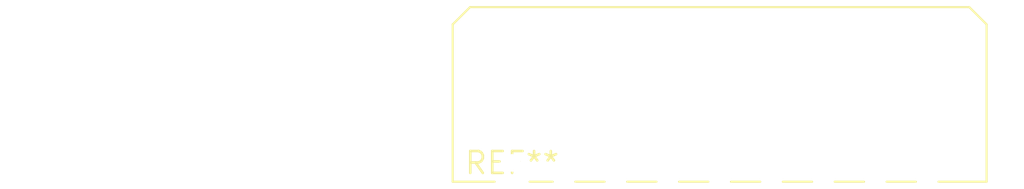
<source format=kicad_pcb>
(kicad_pcb (version 20240108) (generator pcbnew)
  (layers (0 "F.Cu" signal) (31 "B.Cu" signal) (34 "B.Paste" user) (35 "F.Paste" user) (36 "B.SilkS" user "B.Silkscreen") (37 "F.SilkS" user "F.Silkscreen") (38 "B.Mask" user) (39 "F.Mask" user) (44 "Edge.Cuts" user))
  (net 0 "")
  (footprint "Molex_Micro-Fit_3.0_43650-0900_1x09_P3.00mm_Horizontal" (layer "F.Cu") (at 0 0)
    (property "Reference" "REF**")
    (property "Value" "Molex_Micro-Fit_3.0_43650-0900_1x09_P3.00mm_Horizontal")
    (fp_line (start -3.435 -8.03) (end -2.435 -9.03) (layer "F.SilkS") (stroke (width 0.12)))
    (fp_line (start -3.435 1.09) (end -3.435 -8.03) (layer "F.SilkS") (stroke (width 0.12)))
    (fp_line (start -3.435 1.09) (end -1.01 1.09) (layer "F.SilkS") (stroke (width 0.12)))
    (fp_line (start -2.435 -9.03) (end 26.435 -9.03) (layer "F.SilkS") (stroke (width 0.12)))
    (fp_line (start 1.01 1.09) (end 2.348233 1.09) (layer "F.SilkS") (stroke (width 0.12)))
    (fp_line (start 3.651767 1.09) (end 5.348233 1.09) (layer "F.SilkS") (stroke (width 0.12)))
    (fp_line (start 6.651767 1.09) (end 8.348233 1.09) (layer "F.SilkS") (stroke (width 0.12)))
    (fp_line (start 9.651767 1.09) (end 11.348233 1.09) (layer "F.SilkS") (stroke (width 0.12)))
    (fp_line (start 12.651767 1.09) (end 14.348233 1.09) (layer "F.SilkS") (stroke (width 0.12)))
    (fp_line (start 15.651767 1.09) (end 17.348233 1.09) (layer "F.SilkS") (stroke (width 0.12)))
    (fp_line (start 18.651767 1.09) (end 20.348233 1.09) (layer "F.SilkS") (stroke (width 0.12)))
    (fp_line (start 21.651767 1.09) (end 23.348233 1.09) (layer "F.SilkS") (stroke (width 0.12)))
    (fp_line (start 26.435 -9.03) (end 27.435 -8.03) (layer "F.SilkS") (stroke (width 0.12)))
    (fp_line (start 27.435 -8.03) (end 27.435 1.09) (layer "F.SilkS") (stroke (width 0.12)))
    (fp_line (start 27.435 1.09) (end 24.651767 1.09) (layer "F.SilkS") (stroke (width 0.12)))
    (pad "" np_thru_hole circle (at 2.15 -4.32) (size 3 3) (drill 3) (layers *.Cu *.Mask))
    (pad "" np_thru_hole circle (at 21.85 -4.32) (size 3 3) (drill 3) (layers *.Cu *.Mask))
    (pad "1" thru_hole roundrect (at 0 0) (size 1.5 2.02) (drill 1.02) (layers *.Cu *.Mask) (remove_unused_layers) (roundrect_rratio 0.166667))
    (pad "2" thru_hole oval (at 3 0) (size 1.5 2.02) (drill 1.02) (layers *.Cu *.Mask) (remove_unused_layers))
    (pad "3" thru_hole oval (at 6 0) (size 1.5 2.02) (drill 1.02) (layers *.Cu *.Mask) (remove_unused_layers))
    (pad "4" thru_hole oval (at 9 0) (size 1.5 2.02) (drill 1.02) (layers *.Cu *.Mask) (remove_unused_layers))
    (pad "5" thru_hole oval (at 12 0) (size 1.5 2.02) (drill 1.02) (layers *.Cu *.Mask) (remove_unused_layers))
    (pad "6" thru_hole oval (at 15 0) (size 1.5 2.02) (drill 1.02) (layers *.Cu *.Mask) (remove_unused_layers))
    (pad "7" thru_hole oval (at 18 0) (size 1.5 2.02) (drill 1.02) (layers *.Cu *.Mask) (remove_unused_layers))
    (pad "8" thru_hole oval (at 21 0) (size 1.5 2.02) (drill 1.02) (layers *.Cu *.Mask) (remove_unused_layers))
    (pad "9" thru_hole oval (at 24 0) (size 1.5 2.02) (drill 1.02) (layers *.Cu *.Mask) (remove_unused_layers))
  )
)
</source>
